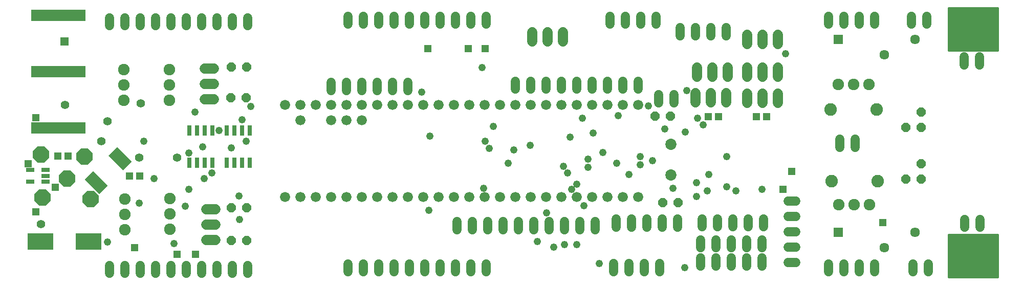
<source format=gbs>
G75*
%MOIN*%
%OFA0B0*%
%FSLAX25Y25*%
%IPPOS*%
%LPD*%
%AMOC8*
5,1,8,0,0,1.08239X$1,22.5*
%
%ADD10C,0.01600*%
%ADD11OC8,0.06000*%
%ADD12C,0.06800*%
%ADD13OC8,0.10800*%
%ADD14C,0.06600*%
%ADD15C,0.07550*%
%ADD16R,0.02900X0.07100*%
%ADD17C,0.07300*%
%ADD18C,0.06000*%
%ADD19R,0.16548X0.10643*%
%ADD20R,0.35800X0.07800*%
%ADD21R,0.06343X0.06343*%
%ADD22C,0.06343*%
%ADD23C,0.08200*%
%ADD24R,0.04737X0.05131*%
%ADD25R,0.07887X0.13398*%
%ADD26R,0.05524X0.03162*%
%ADD27C,0.04762*%
%ADD28R,0.04762X0.04762*%
%ADD29C,0.05550*%
%ADD30R,0.05550X0.05550*%
%ADD31R,0.03900X0.03900*%
%ADD32C,0.03900*%
D10*
X0719526Y0125902D02*
X0751022Y0125902D01*
X0751022Y0153461D01*
X0719526Y0153461D01*
X0719526Y0125902D01*
X0719526Y0127130D02*
X0751022Y0127130D01*
X0751022Y0128729D02*
X0719526Y0128729D01*
X0719526Y0130327D02*
X0751022Y0130327D01*
X0751022Y0131926D02*
X0719526Y0131926D01*
X0719526Y0133524D02*
X0751022Y0133524D01*
X0751022Y0135123D02*
X0719526Y0135123D01*
X0719526Y0136721D02*
X0751022Y0136721D01*
X0751022Y0138320D02*
X0719526Y0138320D01*
X0719526Y0139918D02*
X0751022Y0139918D01*
X0751022Y0141517D02*
X0719526Y0141517D01*
X0719526Y0143115D02*
X0751022Y0143115D01*
X0751022Y0144714D02*
X0719526Y0144714D01*
X0719526Y0146312D02*
X0751022Y0146312D01*
X0751022Y0147911D02*
X0719526Y0147911D01*
X0719526Y0149509D02*
X0751022Y0149509D01*
X0751022Y0151108D02*
X0719526Y0151108D01*
X0719526Y0152706D02*
X0751022Y0152706D01*
X0751022Y0273539D02*
X0719526Y0273539D01*
X0719526Y0301098D01*
X0751022Y0301098D01*
X0751022Y0273539D01*
X0751022Y0274193D02*
X0719526Y0274193D01*
X0719526Y0275792D02*
X0751022Y0275792D01*
X0751022Y0277390D02*
X0719526Y0277390D01*
X0719526Y0278989D02*
X0751022Y0278989D01*
X0751022Y0280587D02*
X0719526Y0280587D01*
X0719526Y0282186D02*
X0751022Y0282186D01*
X0751022Y0283784D02*
X0719526Y0283784D01*
X0719526Y0285383D02*
X0751022Y0285383D01*
X0751022Y0286981D02*
X0719526Y0286981D01*
X0719526Y0288580D02*
X0751022Y0288580D01*
X0751022Y0290178D02*
X0719526Y0290178D01*
X0719526Y0291777D02*
X0751022Y0291777D01*
X0751022Y0293375D02*
X0719526Y0293375D01*
X0719526Y0294974D02*
X0751022Y0294974D01*
X0751022Y0296572D02*
X0719526Y0296572D01*
X0719526Y0298171D02*
X0751022Y0298171D01*
X0751022Y0299769D02*
X0719526Y0299769D01*
D11*
X0701396Y0233264D03*
X0701396Y0223264D03*
X0691396Y0223264D03*
X0701396Y0199799D03*
X0701396Y0189799D03*
X0691396Y0189799D03*
X0543148Y0174209D03*
X0533148Y0174209D03*
X0538089Y0230665D03*
X0528089Y0230665D03*
X0261573Y0242634D03*
X0251573Y0242634D03*
X0251967Y0262594D03*
X0261967Y0262594D03*
X0261967Y0171020D03*
X0251967Y0171020D03*
X0251967Y0149681D03*
X0261967Y0149681D03*
D12*
X0241581Y0149988D02*
X0235581Y0149988D01*
X0235581Y0159988D02*
X0241581Y0159988D01*
X0241581Y0169988D02*
X0235581Y0169988D01*
X0234793Y0241650D02*
X0240793Y0241650D01*
X0240793Y0251650D02*
X0234793Y0251650D01*
X0234793Y0261650D02*
X0240793Y0261650D01*
X0448112Y0279382D02*
X0448112Y0285382D01*
X0458112Y0285382D02*
X0458112Y0279382D01*
X0468112Y0279382D02*
X0468112Y0285382D01*
X0555297Y0262374D02*
X0555297Y0256374D01*
X0565297Y0256374D02*
X0565297Y0262374D01*
X0575297Y0262374D02*
X0575297Y0256374D01*
X0587974Y0256453D02*
X0587974Y0262453D01*
X0597974Y0262453D02*
X0597974Y0256453D01*
X0607974Y0256453D02*
X0607974Y0262453D01*
X0608100Y0277835D02*
X0608100Y0283835D01*
X0598100Y0283835D02*
X0598100Y0277835D01*
X0588100Y0277835D02*
X0588100Y0283835D01*
X0587974Y0245366D02*
X0587974Y0239366D01*
X0597974Y0239366D02*
X0597974Y0245366D01*
X0607974Y0245366D02*
X0607974Y0239366D01*
X0574510Y0239681D02*
X0574510Y0245681D01*
X0564510Y0245681D02*
X0564510Y0239681D01*
X0554510Y0239681D02*
X0554510Y0245681D01*
D13*
X0160510Y0176807D03*
X0145116Y0189878D03*
X0129014Y0177516D03*
X0128069Y0205665D03*
X0156415Y0204484D03*
D14*
X0287100Y0177862D03*
X0297100Y0177862D03*
X0307100Y0177862D03*
X0317100Y0177862D03*
X0327100Y0177862D03*
X0337100Y0177862D03*
X0347100Y0177862D03*
X0357100Y0177862D03*
X0367100Y0177862D03*
X0377100Y0177862D03*
X0387100Y0177862D03*
X0397100Y0177862D03*
X0407100Y0177862D03*
X0417100Y0177862D03*
X0427100Y0177862D03*
X0437100Y0177862D03*
X0447100Y0177862D03*
X0457100Y0177862D03*
X0467100Y0177862D03*
X0477100Y0177862D03*
X0487100Y0177862D03*
X0497100Y0177862D03*
X0507100Y0177862D03*
X0517100Y0177862D03*
X0517100Y0237862D03*
X0507100Y0237862D03*
X0497100Y0237862D03*
X0487100Y0237862D03*
X0477100Y0237862D03*
X0467100Y0237862D03*
X0457100Y0237862D03*
X0447100Y0237862D03*
X0437100Y0237862D03*
X0427100Y0237862D03*
X0417100Y0237862D03*
X0407100Y0237862D03*
X0397100Y0237862D03*
X0387100Y0237862D03*
X0377100Y0237862D03*
X0367100Y0237862D03*
X0357100Y0237862D03*
X0347100Y0237862D03*
X0337100Y0237862D03*
X0327100Y0237862D03*
X0317100Y0237862D03*
X0307100Y0237862D03*
X0297100Y0237862D03*
X0287100Y0237862D03*
X0297100Y0227862D03*
X0317100Y0227862D03*
X0327100Y0227862D03*
X0337100Y0227862D03*
D15*
X0211793Y0240941D03*
X0211793Y0250941D03*
X0211793Y0260941D03*
X0181998Y0260862D03*
X0181998Y0250862D03*
X0181998Y0240862D03*
X0182675Y0176650D03*
X0182675Y0166650D03*
X0182675Y0156650D03*
X0212085Y0157043D03*
X0212085Y0167043D03*
X0212085Y0177043D03*
X0647852Y0173146D03*
X0657852Y0173146D03*
X0667852Y0173146D03*
X0667360Y0251394D03*
X0657360Y0251394D03*
X0647360Y0251394D03*
D16*
X0263955Y0221312D03*
X0258955Y0221312D03*
X0253955Y0221312D03*
X0248955Y0221312D03*
X0239545Y0221312D03*
X0234545Y0221312D03*
X0229545Y0221312D03*
X0224545Y0221312D03*
X0224545Y0200412D03*
X0229545Y0200412D03*
X0234545Y0200412D03*
X0239545Y0200412D03*
X0248955Y0200412D03*
X0253955Y0200412D03*
X0258955Y0200412D03*
X0263955Y0200412D03*
D17*
X0538435Y0192185D03*
X0538435Y0212185D03*
D18*
X0172557Y0133423D02*
X0172557Y0128223D01*
X0182557Y0128223D02*
X0182557Y0133423D01*
X0192557Y0133423D02*
X0192557Y0128223D01*
X0202557Y0128223D02*
X0202557Y0133423D01*
X0212557Y0133423D02*
X0212557Y0128223D01*
X0222557Y0128223D02*
X0222557Y0133423D01*
X0232557Y0133423D02*
X0232557Y0128223D01*
X0242557Y0128223D02*
X0242557Y0133423D01*
X0252557Y0133423D02*
X0252557Y0128223D01*
X0262557Y0128223D02*
X0262557Y0133423D01*
X0328069Y0134407D02*
X0328069Y0129207D01*
X0338069Y0129207D02*
X0338069Y0134407D01*
X0348069Y0134407D02*
X0348069Y0129207D01*
X0358069Y0129207D02*
X0358069Y0134407D01*
X0368069Y0134407D02*
X0368069Y0129207D01*
X0378069Y0129207D02*
X0378069Y0134407D01*
X0388069Y0134407D02*
X0388069Y0129207D01*
X0398069Y0129207D02*
X0398069Y0134407D01*
X0408069Y0134407D02*
X0408069Y0129207D01*
X0418069Y0129207D02*
X0418069Y0134407D01*
X0418935Y0156766D02*
X0418935Y0161966D01*
X0408935Y0161966D02*
X0408935Y0156766D01*
X0398935Y0156766D02*
X0398935Y0161966D01*
X0428935Y0161966D02*
X0428935Y0156766D01*
X0438935Y0156766D02*
X0438935Y0161966D01*
X0448935Y0161966D02*
X0448935Y0156766D01*
X0458935Y0156766D02*
X0458935Y0161966D01*
X0468935Y0161966D02*
X0468935Y0156766D01*
X0478935Y0156766D02*
X0478935Y0161966D01*
X0488935Y0161966D02*
X0488935Y0156766D01*
X0502872Y0158490D02*
X0502872Y0163690D01*
X0512872Y0163690D02*
X0512872Y0158490D01*
X0522872Y0158490D02*
X0522872Y0163690D01*
X0532872Y0163690D02*
X0532872Y0158490D01*
X0542872Y0158490D02*
X0542872Y0163690D01*
X0558667Y0163738D02*
X0558667Y0158538D01*
X0568667Y0158538D02*
X0568667Y0163738D01*
X0578667Y0163738D02*
X0578667Y0158538D01*
X0588667Y0158538D02*
X0588667Y0163738D01*
X0598667Y0163738D02*
X0598667Y0158538D01*
X0614563Y0155429D02*
X0619763Y0155429D01*
X0619763Y0145429D02*
X0614563Y0145429D01*
X0597793Y0144955D02*
X0597793Y0150155D01*
X0587793Y0150155D02*
X0587793Y0144955D01*
X0587793Y0138344D02*
X0587793Y0133144D01*
X0597793Y0133144D02*
X0597793Y0138344D01*
X0614563Y0135429D02*
X0619763Y0135429D01*
X0640963Y0134407D02*
X0640963Y0129207D01*
X0650963Y0129207D02*
X0650963Y0134407D01*
X0660963Y0134407D02*
X0660963Y0129207D01*
X0670963Y0129207D02*
X0670963Y0134407D01*
X0696081Y0134407D02*
X0696081Y0129207D01*
X0706081Y0129207D02*
X0706081Y0134407D01*
X0729545Y0158243D02*
X0729545Y0163443D01*
X0739545Y0163443D02*
X0739545Y0158243D01*
X0658344Y0210408D02*
X0658344Y0215608D01*
X0648344Y0215608D02*
X0648344Y0210408D01*
X0619763Y0175429D02*
X0614563Y0175429D01*
X0614563Y0165429D02*
X0619763Y0165429D01*
X0577793Y0150155D02*
X0577793Y0144955D01*
X0567793Y0144955D02*
X0567793Y0150155D01*
X0557793Y0150155D02*
X0557793Y0144955D01*
X0557793Y0138344D02*
X0557793Y0133144D01*
X0567793Y0133144D02*
X0567793Y0138344D01*
X0577793Y0138344D02*
X0577793Y0133144D01*
X0530938Y0134607D02*
X0530938Y0129407D01*
X0520938Y0129407D02*
X0520938Y0134607D01*
X0510938Y0134607D02*
X0510938Y0129407D01*
X0500938Y0129407D02*
X0500938Y0134607D01*
X0530234Y0239443D02*
X0530234Y0244643D01*
X0517203Y0248302D02*
X0517203Y0253502D01*
X0507203Y0253502D02*
X0507203Y0248302D01*
X0497203Y0248302D02*
X0497203Y0253502D01*
X0487203Y0253502D02*
X0487203Y0248302D01*
X0477203Y0248302D02*
X0477203Y0253502D01*
X0467203Y0253502D02*
X0467203Y0248302D01*
X0457203Y0248302D02*
X0457203Y0253502D01*
X0447203Y0253502D02*
X0447203Y0248302D01*
X0437203Y0248302D02*
X0437203Y0253502D01*
X0367065Y0252517D02*
X0367065Y0247317D01*
X0357065Y0247317D02*
X0357065Y0252517D01*
X0347065Y0252517D02*
X0347065Y0247317D01*
X0337065Y0247317D02*
X0337065Y0252517D01*
X0327065Y0252517D02*
X0327065Y0247317D01*
X0317065Y0247317D02*
X0317065Y0252517D01*
X0328069Y0290624D02*
X0328069Y0295824D01*
X0338069Y0295824D02*
X0338069Y0290624D01*
X0348069Y0290624D02*
X0348069Y0295824D01*
X0358069Y0295824D02*
X0358069Y0290624D01*
X0368069Y0290624D02*
X0368069Y0295824D01*
X0378069Y0295824D02*
X0378069Y0290624D01*
X0388069Y0290624D02*
X0388069Y0295824D01*
X0398069Y0295824D02*
X0398069Y0290624D01*
X0408069Y0290624D02*
X0408069Y0295824D01*
X0418069Y0295824D02*
X0418069Y0290624D01*
X0498738Y0290624D02*
X0498738Y0295824D01*
X0508738Y0295824D02*
X0508738Y0290624D01*
X0518738Y0290624D02*
X0518738Y0295824D01*
X0528738Y0295824D02*
X0528738Y0290624D01*
X0544211Y0288210D02*
X0544211Y0283010D01*
X0554211Y0283010D02*
X0554211Y0288210D01*
X0564211Y0288210D02*
X0564211Y0283010D01*
X0574211Y0283010D02*
X0574211Y0288210D01*
X0640963Y0290624D02*
X0640963Y0295824D01*
X0650963Y0295824D02*
X0650963Y0290624D01*
X0660963Y0290624D02*
X0660963Y0295824D01*
X0670963Y0295824D02*
X0670963Y0290624D01*
X0695077Y0290624D02*
X0695077Y0295824D01*
X0705077Y0295824D02*
X0705077Y0290624D01*
X0729526Y0269250D02*
X0729526Y0264050D01*
X0739526Y0264050D02*
X0739526Y0269250D01*
X0540234Y0244643D02*
X0540234Y0239443D01*
X0262557Y0289640D02*
X0262557Y0294840D01*
X0252557Y0294840D02*
X0252557Y0289640D01*
X0242557Y0289640D02*
X0242557Y0294840D01*
X0232557Y0294840D02*
X0232557Y0289640D01*
X0222557Y0289640D02*
X0222557Y0294840D01*
X0212557Y0294840D02*
X0212557Y0289640D01*
X0202557Y0289640D02*
X0202557Y0294840D01*
X0192557Y0294840D02*
X0192557Y0289640D01*
X0182557Y0289640D02*
X0182557Y0294840D01*
X0172557Y0294840D02*
X0172557Y0289640D01*
D19*
X0159156Y0148933D03*
X0127659Y0148933D03*
D20*
X0139439Y0222988D03*
X0139439Y0259602D03*
X0139439Y0296295D03*
D21*
X0647380Y0280843D03*
X0647380Y0154858D03*
D22*
X0677380Y0144858D03*
X0697380Y0154858D03*
X0677380Y0270843D03*
X0697380Y0280843D03*
D23*
X0672518Y0235154D03*
X0642518Y0235154D03*
X0643010Y0188402D03*
X0673010Y0188402D03*
D24*
X0600825Y0230232D03*
X0594132Y0230232D03*
X0569329Y0230232D03*
X0562636Y0230232D03*
X0192360Y0191846D03*
X0185667Y0191846D03*
X0145608Y0204642D03*
X0138915Y0204642D03*
D25*
G36*
X0156546Y0189392D02*
X0162123Y0194969D01*
X0171596Y0185496D01*
X0166019Y0179919D01*
X0156546Y0189392D01*
G37*
G36*
X0172136Y0204982D02*
X0177713Y0210559D01*
X0187186Y0201086D01*
X0181609Y0195509D01*
X0172136Y0204982D01*
G37*
D26*
X0131163Y0195587D03*
X0131163Y0191846D03*
X0131163Y0188106D03*
X0120880Y0188106D03*
X0120880Y0195587D03*
D27*
X0191967Y0174130D03*
X0201809Y0189878D03*
X0224447Y0182988D03*
X0234289Y0189878D03*
X0239211Y0193815D03*
X0224447Y0206610D03*
X0233305Y0210547D03*
X0244132Y0221374D03*
X0258896Y0228264D03*
X0264801Y0237122D03*
X0228384Y0233185D03*
X0261848Y0214484D03*
X0252006Y0210055D03*
X0194919Y0214484D03*
X0256927Y0178559D03*
X0257419Y0163303D03*
X0221986Y0172161D03*
X0214604Y0147555D03*
X0171297Y0148539D03*
X0380632Y0169512D03*
X0416380Y0183811D03*
X0432467Y0199898D03*
X0436041Y0208835D03*
X0446766Y0211516D03*
X0472683Y0216878D03*
X0487876Y0219559D03*
X0480726Y0229390D03*
X0503963Y0231177D03*
X0523624Y0237433D03*
X0534348Y0222240D03*
X0547754Y0220453D03*
X0559372Y0224921D03*
X0555797Y0229390D03*
X0548648Y0247264D03*
X0612994Y0271394D03*
X0574565Y0204366D03*
X0562947Y0192748D03*
X0554904Y0187386D03*
X0539711Y0183811D03*
X0554904Y0178449D03*
X0562053Y0182024D03*
X0574565Y0184705D03*
X0580821Y0182024D03*
X0597801Y0182917D03*
X0526305Y0201685D03*
X0518262Y0199004D03*
X0518262Y0204366D03*
X0503069Y0199898D03*
X0511112Y0192748D03*
X0494132Y0207047D03*
X0484301Y0202579D03*
X0484301Y0197217D03*
X0470896Y0193642D03*
X0468215Y0198110D03*
X0477152Y0186492D03*
X0473577Y0182917D03*
X0481620Y0172193D03*
X0457490Y0167724D03*
X0451234Y0148957D03*
X0461959Y0145382D03*
X0469108Y0147169D03*
X0477152Y0147169D03*
X0491844Y0134764D03*
X0547478Y0132008D03*
X0419955Y0209728D03*
X0417274Y0214197D03*
X0422636Y0224028D03*
X0381526Y0217772D03*
X0376163Y0246370D03*
X0415486Y0262457D03*
D28*
X0417360Y0274524D03*
X0406533Y0274524D03*
X0379959Y0274524D03*
X0611258Y0182988D03*
X0617163Y0194799D03*
X0676219Y0161335D03*
X0228876Y0140665D03*
X0216573Y0140665D03*
X0189014Y0145094D03*
X0124545Y0168224D03*
X0137341Y0184465D03*
X0119624Y0199720D03*
X0124545Y0229740D03*
D29*
X0143738Y0238106D03*
X0171297Y0227280D03*
X0192951Y0239091D03*
X0167360Y0214484D03*
X0191967Y0203657D03*
X0216573Y0203657D03*
X0127990Y0160350D03*
D30*
X0143246Y0279445D03*
D31*
X0733482Y0279720D03*
X0735982Y0279720D03*
X0735982Y0282220D03*
X0733482Y0282220D03*
X0733482Y0284720D03*
X0735982Y0284720D03*
X0735982Y0287220D03*
X0733482Y0287220D03*
X0733482Y0289720D03*
X0735982Y0289720D03*
X0735982Y0292220D03*
X0733482Y0292220D03*
X0733482Y0294720D03*
X0735982Y0294720D03*
X0735982Y0297220D03*
X0733482Y0297220D03*
X0733482Y0147417D03*
X0733482Y0144917D03*
X0733482Y0142417D03*
X0733482Y0139917D03*
X0733482Y0137417D03*
X0733482Y0134917D03*
X0733482Y0132417D03*
X0733482Y0129917D03*
X0735982Y0129917D03*
X0735982Y0132417D03*
X0735982Y0134917D03*
X0735982Y0137417D03*
X0735982Y0139917D03*
X0735982Y0142417D03*
X0735982Y0144917D03*
X0736041Y0147417D03*
D32*
X0738482Y0147417D03*
X0730982Y0147417D03*
X0730982Y0129917D03*
X0738482Y0129917D03*
X0738482Y0279720D03*
X0730982Y0279720D03*
X0730982Y0297220D03*
X0738482Y0297220D03*
M02*

</source>
